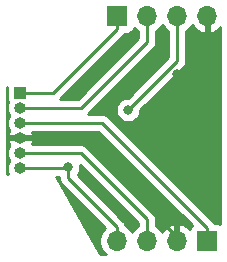
<source format=gbr>
G04 #@! TF.GenerationSoftware,KiCad,Pcbnew,5.1.5-52549c5~84~ubuntu19.04.1*
G04 #@! TF.CreationDate,2020-02-16T02:46:56+01:00*
G04 #@! TF.ProjectId,ilulissat_debug,696c756c-6973-4736-9174-5f6465627567,rev?*
G04 #@! TF.SameCoordinates,Original*
G04 #@! TF.FileFunction,Copper,L1,Top*
G04 #@! TF.FilePolarity,Positive*
%FSLAX46Y46*%
G04 Gerber Fmt 4.6, Leading zero omitted, Abs format (unit mm)*
G04 Created by KiCad (PCBNEW 5.1.5-52549c5~84~ubuntu19.04.1) date 2020-02-16 02:46:56*
%MOMM*%
%LPD*%
G04 APERTURE LIST*
%ADD10O,1.700000X1.700000*%
%ADD11R,1.700000X1.700000*%
%ADD12O,1.000000X1.000000*%
%ADD13R,1.000000X1.000000*%
%ADD14C,0.800000*%
%ADD15C,0.250000*%
%ADD16C,0.254000*%
G04 APERTURE END LIST*
D10*
X162820000Y-93500000D03*
X160280000Y-93500000D03*
X157740000Y-93500000D03*
D11*
X155200000Y-93500000D03*
D10*
X155180000Y-112525000D03*
X157720000Y-112525000D03*
X160260000Y-112525000D03*
D11*
X162800000Y-112525000D03*
D12*
X147000000Y-106350000D03*
X147000000Y-105080000D03*
X147000000Y-103810000D03*
X147000000Y-102540000D03*
X147000000Y-101270000D03*
D13*
X147000000Y-100000000D03*
D14*
X156125000Y-101450000D03*
X151050000Y-106300000D03*
X154550000Y-105725000D03*
X154075000Y-97725000D03*
X160275000Y-98400000D03*
X153850000Y-108450000D03*
X152625000Y-110650000D03*
D15*
X160280000Y-97295000D02*
X160280000Y-93500000D01*
X156125000Y-101450000D02*
X160280000Y-97295000D01*
X147000000Y-106350000D02*
X151000000Y-106350000D01*
X151000000Y-106350000D02*
X151050000Y-106300000D01*
X151050000Y-106300000D02*
X151050000Y-107250000D01*
X155180000Y-111380000D02*
X155180000Y-112525000D01*
X151050000Y-107250000D02*
X155180000Y-111380000D01*
X157720000Y-110695000D02*
X157720000Y-112525000D01*
X147000000Y-105080000D02*
X152105000Y-105080000D01*
X152105000Y-105080000D02*
X157720000Y-110695000D01*
X160260000Y-112525000D02*
X160260000Y-112210000D01*
X151860000Y-103810000D02*
X147000000Y-103810000D01*
X160260000Y-112210000D02*
X151860000Y-103810000D01*
X162800000Y-111425000D02*
X162800000Y-112525000D01*
X153915000Y-102540000D02*
X162800000Y-111425000D01*
X147000000Y-102540000D02*
X153915000Y-102540000D01*
X157740000Y-95685000D02*
X157740000Y-93500000D01*
X147000000Y-101270000D02*
X152155000Y-101270000D01*
X152155000Y-101270000D02*
X157740000Y-95685000D01*
X155200000Y-94600000D02*
X155200000Y-93500000D01*
X149800000Y-100000000D02*
X155200000Y-94600000D01*
X147000000Y-100000000D02*
X149800000Y-100000000D01*
D16*
G36*
X150290001Y-107212668D02*
G01*
X150286324Y-107250000D01*
X150290001Y-107287333D01*
X150293761Y-107325503D01*
X150300998Y-107398985D01*
X150344454Y-107542246D01*
X150415026Y-107674276D01*
X150444654Y-107710377D01*
X150510000Y-107790001D01*
X150538998Y-107813799D01*
X154165046Y-111439847D01*
X154026525Y-111578368D01*
X153864010Y-111821589D01*
X153752068Y-112091842D01*
X153695000Y-112378740D01*
X153695000Y-112671260D01*
X153752068Y-112958158D01*
X153864010Y-113228411D01*
X154026525Y-113471632D01*
X154219893Y-113665000D01*
X153783013Y-113665000D01*
X150077663Y-107180639D01*
X150051425Y-107131550D01*
X150033739Y-107110000D01*
X150290001Y-107110000D01*
X150290001Y-107212668D01*
G37*
X150290001Y-107212668D02*
X150286324Y-107250000D01*
X150290001Y-107287333D01*
X150293761Y-107325503D01*
X150300998Y-107398985D01*
X150344454Y-107542246D01*
X150415026Y-107674276D01*
X150444654Y-107710377D01*
X150510000Y-107790001D01*
X150538998Y-107813799D01*
X154165046Y-111439847D01*
X154026525Y-111578368D01*
X153864010Y-111821589D01*
X153752068Y-112091842D01*
X153695000Y-112378740D01*
X153695000Y-112671260D01*
X153752068Y-112958158D01*
X153864010Y-113228411D01*
X154026525Y-113471632D01*
X154219893Y-113665000D01*
X153783013Y-113665000D01*
X150077663Y-107180639D01*
X150051425Y-107131550D01*
X150033739Y-107110000D01*
X150290001Y-107110000D01*
X150290001Y-107212668D01*
G36*
X145861928Y-100500000D02*
G01*
X145874188Y-100624482D01*
X145910498Y-100744180D01*
X145954888Y-100827226D01*
X145908617Y-100938933D01*
X145865000Y-101158212D01*
X145865000Y-101381788D01*
X145908617Y-101601067D01*
X145994176Y-101807624D01*
X146059241Y-101905000D01*
X145994176Y-102002376D01*
X145908617Y-102208933D01*
X145865000Y-102428212D01*
X145865000Y-102651788D01*
X145908617Y-102871067D01*
X145994176Y-103077624D01*
X146062353Y-103179658D01*
X146012877Y-103249794D01*
X145922554Y-103453136D01*
X145905881Y-103508126D01*
X146032046Y-103683000D01*
X146873000Y-103683000D01*
X146873000Y-103671974D01*
X146888212Y-103675000D01*
X147111788Y-103675000D01*
X147127000Y-103671974D01*
X147127000Y-103683000D01*
X147967954Y-103683000D01*
X148094119Y-103508126D01*
X148077446Y-103453136D01*
X148009424Y-103300000D01*
X153600199Y-103300000D01*
X161512655Y-111212457D01*
X161498815Y-111223815D01*
X161419463Y-111320506D01*
X161360498Y-111430820D01*
X161336034Y-111511466D01*
X161260269Y-111427412D01*
X161026920Y-111253359D01*
X160764099Y-111128175D01*
X160616890Y-111083524D01*
X160387000Y-111204845D01*
X160387000Y-112398000D01*
X160407000Y-112398000D01*
X160407000Y-112652000D01*
X160387000Y-112652000D01*
X160387000Y-112672000D01*
X160133000Y-112672000D01*
X160133000Y-112652000D01*
X160113000Y-112652000D01*
X160113000Y-112398000D01*
X160133000Y-112398000D01*
X160133000Y-111204845D01*
X159903110Y-111083524D01*
X159755901Y-111128175D01*
X159493080Y-111253359D01*
X159259731Y-111427412D01*
X159064822Y-111643645D01*
X158995195Y-111760534D01*
X158873475Y-111578368D01*
X158666632Y-111371525D01*
X158480000Y-111246822D01*
X158480000Y-110732322D01*
X158483676Y-110694999D01*
X158480000Y-110657676D01*
X158480000Y-110657667D01*
X158469003Y-110546014D01*
X158425546Y-110402753D01*
X158354975Y-110270725D01*
X158354974Y-110270723D01*
X158283799Y-110183997D01*
X158260001Y-110154999D01*
X158231004Y-110131202D01*
X152668804Y-104569003D01*
X152645001Y-104539999D01*
X152529276Y-104445026D01*
X152397247Y-104374454D01*
X152253986Y-104330997D01*
X152142333Y-104320000D01*
X152142322Y-104320000D01*
X152105000Y-104316324D01*
X152067678Y-104320000D01*
X148009424Y-104320000D01*
X148077446Y-104166864D01*
X148094119Y-104111874D01*
X147967954Y-103937000D01*
X147127000Y-103937000D01*
X147127000Y-103948026D01*
X147111788Y-103945000D01*
X146888212Y-103945000D01*
X146873000Y-103948026D01*
X146873000Y-103937000D01*
X146032046Y-103937000D01*
X145905881Y-104111874D01*
X145922554Y-104166864D01*
X146012877Y-104370206D01*
X146062353Y-104440342D01*
X145994176Y-104542376D01*
X145908617Y-104748933D01*
X145865000Y-104968212D01*
X145865000Y-105191788D01*
X145908617Y-105411067D01*
X145994176Y-105617624D01*
X146059241Y-105715000D01*
X145994176Y-105812376D01*
X145908617Y-106018933D01*
X145865000Y-106238212D01*
X145865000Y-106461788D01*
X145908617Y-106681067D01*
X145974449Y-106840000D01*
X145860000Y-106840000D01*
X145860000Y-99510000D01*
X145861928Y-99510000D01*
X145861928Y-100500000D01*
G37*
X145861928Y-100500000D02*
X145874188Y-100624482D01*
X145910498Y-100744180D01*
X145954888Y-100827226D01*
X145908617Y-100938933D01*
X145865000Y-101158212D01*
X145865000Y-101381788D01*
X145908617Y-101601067D01*
X145994176Y-101807624D01*
X146059241Y-101905000D01*
X145994176Y-102002376D01*
X145908617Y-102208933D01*
X145865000Y-102428212D01*
X145865000Y-102651788D01*
X145908617Y-102871067D01*
X145994176Y-103077624D01*
X146062353Y-103179658D01*
X146012877Y-103249794D01*
X145922554Y-103453136D01*
X145905881Y-103508126D01*
X146032046Y-103683000D01*
X146873000Y-103683000D01*
X146873000Y-103671974D01*
X146888212Y-103675000D01*
X147111788Y-103675000D01*
X147127000Y-103671974D01*
X147127000Y-103683000D01*
X147967954Y-103683000D01*
X148094119Y-103508126D01*
X148077446Y-103453136D01*
X148009424Y-103300000D01*
X153600199Y-103300000D01*
X161512655Y-111212457D01*
X161498815Y-111223815D01*
X161419463Y-111320506D01*
X161360498Y-111430820D01*
X161336034Y-111511466D01*
X161260269Y-111427412D01*
X161026920Y-111253359D01*
X160764099Y-111128175D01*
X160616890Y-111083524D01*
X160387000Y-111204845D01*
X160387000Y-112398000D01*
X160407000Y-112398000D01*
X160407000Y-112652000D01*
X160387000Y-112652000D01*
X160387000Y-112672000D01*
X160133000Y-112672000D01*
X160133000Y-112652000D01*
X160113000Y-112652000D01*
X160113000Y-112398000D01*
X160133000Y-112398000D01*
X160133000Y-111204845D01*
X159903110Y-111083524D01*
X159755901Y-111128175D01*
X159493080Y-111253359D01*
X159259731Y-111427412D01*
X159064822Y-111643645D01*
X158995195Y-111760534D01*
X158873475Y-111578368D01*
X158666632Y-111371525D01*
X158480000Y-111246822D01*
X158480000Y-110732322D01*
X158483676Y-110694999D01*
X158480000Y-110657676D01*
X158480000Y-110657667D01*
X158469003Y-110546014D01*
X158425546Y-110402753D01*
X158354975Y-110270725D01*
X158354974Y-110270723D01*
X158283799Y-110183997D01*
X158260001Y-110154999D01*
X158231004Y-110131202D01*
X152668804Y-104569003D01*
X152645001Y-104539999D01*
X152529276Y-104445026D01*
X152397247Y-104374454D01*
X152253986Y-104330997D01*
X152142333Y-104320000D01*
X152142322Y-104320000D01*
X152105000Y-104316324D01*
X152067678Y-104320000D01*
X148009424Y-104320000D01*
X148077446Y-104166864D01*
X148094119Y-104111874D01*
X147967954Y-103937000D01*
X147127000Y-103937000D01*
X147127000Y-103948026D01*
X147111788Y-103945000D01*
X146888212Y-103945000D01*
X146873000Y-103948026D01*
X146873000Y-103937000D01*
X146032046Y-103937000D01*
X145905881Y-104111874D01*
X145922554Y-104166864D01*
X146012877Y-104370206D01*
X146062353Y-104440342D01*
X145994176Y-104542376D01*
X145908617Y-104748933D01*
X145865000Y-104968212D01*
X145865000Y-105191788D01*
X145908617Y-105411067D01*
X145994176Y-105617624D01*
X146059241Y-105715000D01*
X145994176Y-105812376D01*
X145908617Y-106018933D01*
X145865000Y-106238212D01*
X145865000Y-106461788D01*
X145908617Y-106681067D01*
X145974449Y-106840000D01*
X145860000Y-106840000D01*
X145860000Y-99510000D01*
X145861928Y-99510000D01*
X145861928Y-100500000D01*
G36*
X156960000Y-111009802D02*
G01*
X156960000Y-111246821D01*
X156773368Y-111371525D01*
X156566525Y-111578368D01*
X156450000Y-111752760D01*
X156333475Y-111578368D01*
X156126632Y-111371525D01*
X155929895Y-111240070D01*
X155929003Y-111231014D01*
X155885546Y-111087753D01*
X155839028Y-111000725D01*
X155814974Y-110955723D01*
X155743799Y-110868997D01*
X155720001Y-110839999D01*
X155691004Y-110816202D01*
X151844256Y-106969455D01*
X151853937Y-106959774D01*
X151967205Y-106790256D01*
X152045226Y-106601898D01*
X152085000Y-106401939D01*
X152085000Y-106198061D01*
X152069293Y-106119094D01*
X156960000Y-111009802D01*
G37*
X156960000Y-111009802D02*
X156960000Y-111246821D01*
X156773368Y-111371525D01*
X156566525Y-111578368D01*
X156450000Y-111752760D01*
X156333475Y-111578368D01*
X156126632Y-111371525D01*
X155929895Y-111240070D01*
X155929003Y-111231014D01*
X155885546Y-111087753D01*
X155839028Y-111000725D01*
X155814974Y-110955723D01*
X155743799Y-110868997D01*
X155720001Y-110839999D01*
X155691004Y-110816202D01*
X151844256Y-106969455D01*
X151853937Y-106959774D01*
X151967205Y-106790256D01*
X152045226Y-106601898D01*
X152085000Y-106401939D01*
X152085000Y-106198061D01*
X152069293Y-106119094D01*
X156960000Y-111009802D01*
G36*
X162947000Y-93373000D02*
G01*
X162967000Y-93373000D01*
X162967000Y-93627000D01*
X162947000Y-93627000D01*
X162947000Y-94820155D01*
X163176890Y-94941476D01*
X163324099Y-94896825D01*
X163586920Y-94771641D01*
X163820269Y-94597588D01*
X163940000Y-94464758D01*
X163940001Y-111109990D01*
X163894180Y-111085498D01*
X163774482Y-111049188D01*
X163650000Y-111036928D01*
X163454326Y-111036928D01*
X163434974Y-111000724D01*
X163363799Y-110913997D01*
X163340001Y-110884999D01*
X163311004Y-110861202D01*
X154478804Y-102029003D01*
X154455001Y-101999999D01*
X154339276Y-101905026D01*
X154207247Y-101834454D01*
X154063986Y-101790997D01*
X153952333Y-101780000D01*
X153952322Y-101780000D01*
X153915000Y-101776324D01*
X153877678Y-101780000D01*
X152719801Y-101780000D01*
X158251004Y-96248798D01*
X158280001Y-96225001D01*
X158374974Y-96109276D01*
X158445546Y-95977247D01*
X158489003Y-95833986D01*
X158500000Y-95722333D01*
X158500000Y-95722325D01*
X158503676Y-95685000D01*
X158500000Y-95647675D01*
X158500000Y-94778178D01*
X158686632Y-94653475D01*
X158893475Y-94446632D01*
X159010000Y-94272240D01*
X159126525Y-94446632D01*
X159333368Y-94653475D01*
X159520001Y-94778179D01*
X159520000Y-96980198D01*
X156085199Y-100415000D01*
X156023061Y-100415000D01*
X155823102Y-100454774D01*
X155634744Y-100532795D01*
X155465226Y-100646063D01*
X155321063Y-100790226D01*
X155207795Y-100959744D01*
X155129774Y-101148102D01*
X155090000Y-101348061D01*
X155090000Y-101551939D01*
X155129774Y-101751898D01*
X155207795Y-101940256D01*
X155321063Y-102109774D01*
X155465226Y-102253937D01*
X155634744Y-102367205D01*
X155823102Y-102445226D01*
X156023061Y-102485000D01*
X156226939Y-102485000D01*
X156426898Y-102445226D01*
X156615256Y-102367205D01*
X156784774Y-102253937D01*
X156928937Y-102109774D01*
X157042205Y-101940256D01*
X157120226Y-101751898D01*
X157160000Y-101551939D01*
X157160000Y-101489801D01*
X160791004Y-97858798D01*
X160820001Y-97835001D01*
X160914974Y-97719276D01*
X160985546Y-97587247D01*
X161029003Y-97443986D01*
X161040000Y-97332333D01*
X161040000Y-97332324D01*
X161043676Y-97295001D01*
X161040000Y-97257678D01*
X161040000Y-94778178D01*
X161226632Y-94653475D01*
X161433475Y-94446632D01*
X161555195Y-94264466D01*
X161624822Y-94381355D01*
X161819731Y-94597588D01*
X162053080Y-94771641D01*
X162315901Y-94896825D01*
X162463110Y-94941476D01*
X162693000Y-94820155D01*
X162693000Y-93627000D01*
X162673000Y-93627000D01*
X162673000Y-93373000D01*
X162693000Y-93373000D01*
X162693000Y-93353000D01*
X162947000Y-93353000D01*
X162947000Y-93373000D01*
G37*
X162947000Y-93373000D02*
X162967000Y-93373000D01*
X162967000Y-93627000D01*
X162947000Y-93627000D01*
X162947000Y-94820155D01*
X163176890Y-94941476D01*
X163324099Y-94896825D01*
X163586920Y-94771641D01*
X163820269Y-94597588D01*
X163940000Y-94464758D01*
X163940001Y-111109990D01*
X163894180Y-111085498D01*
X163774482Y-111049188D01*
X163650000Y-111036928D01*
X163454326Y-111036928D01*
X163434974Y-111000724D01*
X163363799Y-110913997D01*
X163340001Y-110884999D01*
X163311004Y-110861202D01*
X154478804Y-102029003D01*
X154455001Y-101999999D01*
X154339276Y-101905026D01*
X154207247Y-101834454D01*
X154063986Y-101790997D01*
X153952333Y-101780000D01*
X153952322Y-101780000D01*
X153915000Y-101776324D01*
X153877678Y-101780000D01*
X152719801Y-101780000D01*
X158251004Y-96248798D01*
X158280001Y-96225001D01*
X158374974Y-96109276D01*
X158445546Y-95977247D01*
X158489003Y-95833986D01*
X158500000Y-95722333D01*
X158500000Y-95722325D01*
X158503676Y-95685000D01*
X158500000Y-95647675D01*
X158500000Y-94778178D01*
X158686632Y-94653475D01*
X158893475Y-94446632D01*
X159010000Y-94272240D01*
X159126525Y-94446632D01*
X159333368Y-94653475D01*
X159520001Y-94778179D01*
X159520000Y-96980198D01*
X156085199Y-100415000D01*
X156023061Y-100415000D01*
X155823102Y-100454774D01*
X155634744Y-100532795D01*
X155465226Y-100646063D01*
X155321063Y-100790226D01*
X155207795Y-100959744D01*
X155129774Y-101148102D01*
X155090000Y-101348061D01*
X155090000Y-101551939D01*
X155129774Y-101751898D01*
X155207795Y-101940256D01*
X155321063Y-102109774D01*
X155465226Y-102253937D01*
X155634744Y-102367205D01*
X155823102Y-102445226D01*
X156023061Y-102485000D01*
X156226939Y-102485000D01*
X156426898Y-102445226D01*
X156615256Y-102367205D01*
X156784774Y-102253937D01*
X156928937Y-102109774D01*
X157042205Y-101940256D01*
X157120226Y-101751898D01*
X157160000Y-101551939D01*
X157160000Y-101489801D01*
X160791004Y-97858798D01*
X160820001Y-97835001D01*
X160914974Y-97719276D01*
X160985546Y-97587247D01*
X161029003Y-97443986D01*
X161040000Y-97332333D01*
X161040000Y-97332324D01*
X161043676Y-97295001D01*
X161040000Y-97257678D01*
X161040000Y-94778178D01*
X161226632Y-94653475D01*
X161433475Y-94446632D01*
X161555195Y-94264466D01*
X161624822Y-94381355D01*
X161819731Y-94597588D01*
X162053080Y-94771641D01*
X162315901Y-94896825D01*
X162463110Y-94941476D01*
X162693000Y-94820155D01*
X162693000Y-93627000D01*
X162673000Y-93627000D01*
X162673000Y-93373000D01*
X162693000Y-93373000D01*
X162693000Y-93353000D01*
X162947000Y-93353000D01*
X162947000Y-93373000D01*
G36*
X156793368Y-94653475D02*
G01*
X156980000Y-94778179D01*
X156980000Y-95370198D01*
X151840199Y-100510000D01*
X150364801Y-100510000D01*
X155711004Y-95163798D01*
X155740001Y-95140001D01*
X155834974Y-95024276D01*
X155854326Y-94988072D01*
X156050000Y-94988072D01*
X156174482Y-94975812D01*
X156294180Y-94939502D01*
X156404494Y-94880537D01*
X156501185Y-94801185D01*
X156580537Y-94704494D01*
X156639502Y-94594180D01*
X156661513Y-94521620D01*
X156793368Y-94653475D01*
G37*
X156793368Y-94653475D02*
X156980000Y-94778179D01*
X156980000Y-95370198D01*
X151840199Y-100510000D01*
X150364801Y-100510000D01*
X155711004Y-95163798D01*
X155740001Y-95140001D01*
X155834974Y-95024276D01*
X155854326Y-94988072D01*
X156050000Y-94988072D01*
X156174482Y-94975812D01*
X156294180Y-94939502D01*
X156404494Y-94880537D01*
X156501185Y-94801185D01*
X156580537Y-94704494D01*
X156639502Y-94594180D01*
X156661513Y-94521620D01*
X156793368Y-94653475D01*
M02*

</source>
